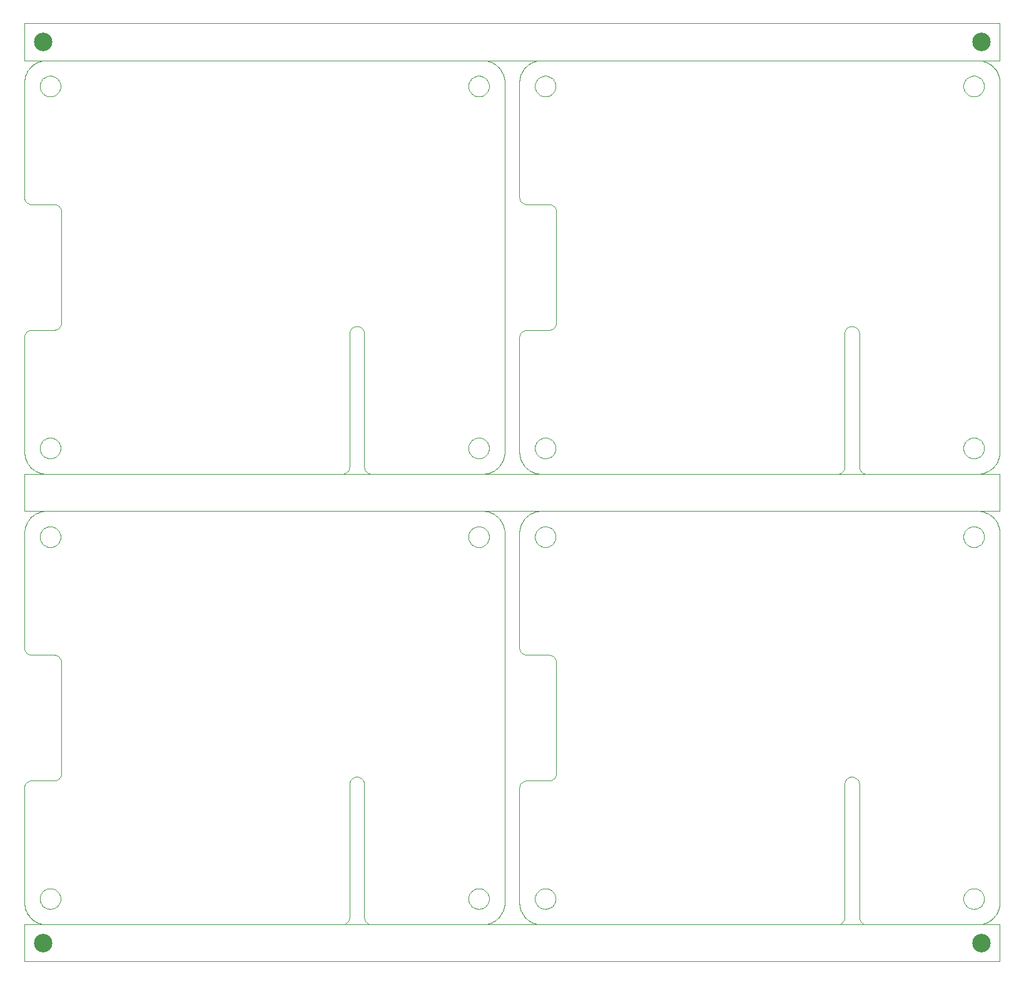
<source format=gko>
G04 CAM350 V9.5 (Build 208) Date:  Mon Jul 18 10:24:08 2016 *
G04 Database: (Untitled) *
G04 Layer 2: OhEye.gko *
%FSLAX24Y24*%
%MOIN*%
%SFA1.000B1.000*%

%MIA0B0*%
%IPPOS*%
%ADD71C,0.00000*%
%ADD294C,0.09843*%
%LNOhEye.gko*%
%LPD*%
G54D294*
X4480Y-834D03*
X54481D03*
X4480Y47197D03*
X54481D03*
G54D71*
X3496Y1331D02*
G01Y7433D01*
X3498Y7472*
X3504Y7510*
X3513Y7547*
X3526Y7584*
X3543Y7619*
X3562Y7652*
X3585Y7683*
X3611Y7712*
X3640Y7738*
X3671Y7761*
X3704Y7780*
X3739Y7797*
X3776Y7810*
X3813Y7819*
X3851Y7825*
X3890Y7827*
X5071*
X5110Y7829*
X5148Y7835*
X5185Y7844*
X5222Y7857*
X5257Y7874*
X5290Y7893*
X5321Y7916*
X5350Y7942*
X5376Y7971*
X5399Y8002*
X5418Y8035*
X5435Y8070*
X5448Y8107*
X5457Y8144*
X5463Y8182*
X5465Y8221*
Y14126*
X5463Y14165*
X5457Y14203*
X5448Y14240*
X5435Y14277*
X5418Y14312*
X5399Y14345*
X5376Y14376*
X5350Y14405*
X5321Y14431*
X5290Y14454*
X5257Y14473*
X5222Y14490*
X5185Y14503*
X5148Y14512*
X5110Y14518*
X5071Y14520*
X3890*
X3851Y14522*
X3813Y14528*
X3776Y14537*
X3739Y14550*
X3704Y14567*
X3671Y14586*
X3640Y14609*
X3611Y14635*
X3585Y14664*
X3562Y14695*
X3543Y14728*
X3526Y14763*
X3513Y14800*
X3504Y14837*
X3498Y14875*
X3496Y14914*
Y21016*
X3497D02*
G01X3499Y21082D01*
X3504Y21148*
X3514Y21214*
X3527Y21279*
X3543Y21343*
X3563Y21406*
X3587Y21468*
X3614Y21528*
X3644Y21587*
X3678Y21644*
X3715Y21699*
X3755Y21752*
X3797Y21803*
X3843Y21851*
X3891Y21897*
X3942Y21939*
X3995Y21979*
X4050Y22016*
X4107Y22050*
X4166Y22080*
X4226Y22107*
X4288Y22131*
X4351Y22151*
X4415Y22167*
X4480Y22180*
X4546Y22190*
X4612Y22195*
X4678Y22197*
X27906*
X27972Y22195*
X28038Y22190*
X28104Y22180*
X28169Y22167*
X28233Y22151*
X28296Y22131*
X28358Y22107*
X28418Y22080*
X28477Y22050*
X28534Y22016*
X28589Y21979*
X28642Y21939*
X28693Y21897*
X28741Y21851*
X28787Y21803*
X28829Y21752*
X28869Y21699*
X28906Y21644*
X28940Y21587*
X28970Y21528*
X28997Y21468*
X29021Y21406*
X29041Y21343*
X29057Y21279*
X29070Y21214*
X29080Y21148*
X29085Y21082*
X29087Y21016*
Y1331*
X29085Y1265*
X29080Y1199*
X29070Y1133*
X29057Y1068*
X29041Y1004*
X29021Y941*
X28997Y879*
X28970Y819*
X28940Y760*
X28906Y703*
X28869Y648*
X28829Y595*
X28787Y544*
X28741Y496*
X28693Y450*
X28642Y408*
X28589Y368*
X28534Y331*
X28477Y297*
X28418Y267*
X28358Y240*
X28296Y216*
X28233Y196*
X28169Y180*
X28104Y167*
X28038Y157*
X27972Y152*
X27906Y150*
X22000*
X21961Y152*
X21923Y158*
X21886Y167*
X21849Y180*
X21814Y197*
X21781Y216*
X21750Y239*
X21721Y265*
X21695Y294*
X21672Y325*
X21653Y358*
X21636Y393*
X21623Y430*
X21614Y467*
X21608Y505*
X21606Y544*
X21607D02*
G01Y7630D01*
X21213Y8024D02*
G01X21174Y8022D01*
X21136Y8016*
X21099Y8007*
X21062Y7994*
X21027Y7977*
X20994Y7958*
X20963Y7935*
X20934Y7909*
X20908Y7880*
X20885Y7849*
X20866Y7816*
X20849Y7781*
X20836Y7744*
X20827Y7707*
X20821Y7669*
X20819Y7630*
Y544*
X20820D02*
G01X20818Y505D01*
X20812Y467*
X20803Y430*
X20790Y393*
X20773Y358*
X20754Y325*
X20731Y294*
X20705Y265*
X20676Y239*
X20645Y216*
X20612Y197*
X20577Y180*
X20540Y167*
X20503Y158*
X20465Y152*
X20426Y150*
X4678*
X4612Y152*
X4546Y157*
X4480Y167*
X4415Y180*
X4351Y196*
X4288Y216*
X4226Y240*
X4166Y267*
X4107Y297*
X4050Y331*
X3995Y368*
X3942Y408*
X3891Y450*
X3843Y496*
X3797Y544*
X3755Y595*
X3715Y648*
X3678Y703*
X3644Y760*
X3614Y819*
X3587Y879*
X3563Y941*
X3543Y1004*
X3527Y1068*
X3514Y1133*
X3504Y1199*
X3499Y1265*
X3497Y1331*
X4323Y1528D02*
G01X4325Y1575D01*
X4331Y1621*
X4341Y1667*
X4354Y1712*
X4372Y1755*
X4393Y1797*
X4417Y1837*
X4445Y1874*
X4476Y1909*
X4510Y1942*
X4546Y1971*
X4585Y1997*
X4626Y2020*
X4669Y2039*
X4713Y2055*
X4758Y2067*
X4804Y2075*
X4851Y2079*
X4897*
X4944Y2075*
X4990Y2067*
X5035Y2055*
X5079Y2039*
X5122Y2020*
X5163Y1997*
X5202Y1971*
X5238Y1942*
X5272Y1909*
X5303Y1874*
X5331Y1837*
X5355Y1797*
X5376Y1755*
X5394Y1712*
X5407Y1667*
X5417Y1621*
X5423Y1575*
X5425Y1528*
X5423Y1481*
X5417Y1435*
X5407Y1389*
X5394Y1344*
X5376Y1301*
X5355Y1259*
X5331Y1219*
X5303Y1182*
X5272Y1147*
X5238Y1114*
X5202Y1085*
X5163Y1059*
X5122Y1036*
X5079Y1017*
X5035Y1001*
X4990Y989*
X4944Y981*
X4897Y977*
X4851*
X4804Y981*
X4758Y989*
X4713Y1001*
X4669Y1017*
X4626Y1036*
X4585Y1059*
X4546Y1085*
X4510Y1114*
X4476Y1147*
X4445Y1182*
X4417Y1219*
X4393Y1259*
X4372Y1301*
X4354Y1344*
X4341Y1389*
X4331Y1435*
X4325Y1481*
X4323Y1528*
X21213Y8024D02*
G01X21252Y8022D01*
X21290Y8016*
X21327Y8007*
X21364Y7994*
X21399Y7977*
X21432Y7958*
X21463Y7935*
X21492Y7909*
X21518Y7880*
X21541Y7849*
X21560Y7816*
X21577Y7781*
X21590Y7744*
X21599Y7707*
X21605Y7669*
X21607Y7630*
X27158Y1528D02*
G01X27160Y1575D01*
X27166Y1621*
X27176Y1667*
X27189Y1712*
X27207Y1755*
X27228Y1797*
X27252Y1837*
X27280Y1874*
X27311Y1909*
X27345Y1942*
X27381Y1971*
X27420Y1997*
X27461Y2020*
X27504Y2039*
X27548Y2055*
X27593Y2067*
X27639Y2075*
X27686Y2079*
X27732*
X27779Y2075*
X27825Y2067*
X27870Y2055*
X27914Y2039*
X27957Y2020*
X27998Y1997*
X28037Y1971*
X28073Y1942*
X28107Y1909*
X28138Y1874*
X28166Y1837*
X28190Y1797*
X28211Y1755*
X28229Y1712*
X28242Y1667*
X28252Y1621*
X28258Y1575*
X28260Y1528*
X28258Y1481*
X28252Y1435*
X28242Y1389*
X28229Y1344*
X28211Y1301*
X28190Y1259*
X28166Y1219*
X28138Y1182*
X28107Y1147*
X28073Y1114*
X28037Y1085*
X27998Y1059*
X27957Y1036*
X27914Y1017*
X27870Y1001*
X27825Y989*
X27779Y981*
X27732Y977*
X27686*
X27639Y981*
X27593Y989*
X27548Y1001*
X27504Y1017*
X27461Y1036*
X27420Y1059*
X27381Y1085*
X27345Y1114*
X27311Y1147*
X27280Y1182*
X27252Y1219*
X27228Y1259*
X27207Y1301*
X27189Y1344*
X27176Y1389*
X27166Y1435*
X27160Y1481*
X27158Y1528*
Y20819D02*
G01X27160Y20866D01*
X27166Y20912*
X27176Y20958*
X27189Y21003*
X27207Y21046*
X27228Y21088*
X27252Y21128*
X27280Y21165*
X27311Y21200*
X27345Y21233*
X27381Y21262*
X27420Y21288*
X27461Y21311*
X27504Y21330*
X27548Y21346*
X27593Y21358*
X27639Y21366*
X27686Y21370*
X27732*
X27779Y21366*
X27825Y21358*
X27870Y21346*
X27914Y21330*
X27957Y21311*
X27998Y21288*
X28037Y21262*
X28073Y21233*
X28107Y21200*
X28138Y21165*
X28166Y21128*
X28190Y21088*
X28211Y21046*
X28229Y21003*
X28242Y20958*
X28252Y20912*
X28258Y20866*
X28260Y20819*
X28258Y20772*
X28252Y20726*
X28242Y20680*
X28229Y20635*
X28211Y20592*
X28190Y20550*
X28166Y20510*
X28138Y20473*
X28107Y20438*
X28073Y20405*
X28037Y20376*
X27998Y20350*
X27957Y20327*
X27914Y20308*
X27870Y20292*
X27825Y20280*
X27779Y20272*
X27732Y20268*
X27686*
X27639Y20272*
X27593Y20280*
X27548Y20292*
X27504Y20308*
X27461Y20327*
X27420Y20350*
X27381Y20376*
X27345Y20405*
X27311Y20438*
X27280Y20473*
X27252Y20510*
X27228Y20550*
X27207Y20592*
X27189Y20635*
X27176Y20680*
X27166Y20726*
X27160Y20772*
X27158Y20819*
X4323D02*
G01X4325Y20866D01*
X4331Y20912*
X4341Y20958*
X4354Y21003*
X4372Y21046*
X4393Y21088*
X4417Y21128*
X4445Y21165*
X4476Y21200*
X4510Y21233*
X4546Y21262*
X4585Y21288*
X4626Y21311*
X4669Y21330*
X4713Y21346*
X4758Y21358*
X4804Y21366*
X4851Y21370*
X4897*
X4944Y21366*
X4990Y21358*
X5035Y21346*
X5079Y21330*
X5122Y21311*
X5163Y21288*
X5202Y21262*
X5238Y21233*
X5272Y21200*
X5303Y21165*
X5331Y21128*
X5355Y21088*
X5376Y21046*
X5394Y21003*
X5407Y20958*
X5417Y20912*
X5423Y20866*
X5425Y20819*
X5423Y20772*
X5417Y20726*
X5407Y20680*
X5394Y20635*
X5376Y20592*
X5355Y20550*
X5331Y20510*
X5303Y20473*
X5272Y20438*
X5238Y20405*
X5202Y20376*
X5163Y20350*
X5122Y20327*
X5079Y20308*
X5035Y20292*
X4990Y20280*
X4944Y20272*
X4897Y20268*
X4851*
X4804Y20272*
X4758Y20280*
X4713Y20292*
X4669Y20308*
X4626Y20327*
X4585Y20350*
X4546Y20376*
X4510Y20405*
X4476Y20438*
X4445Y20473*
X4417Y20510*
X4393Y20550*
X4372Y20592*
X4354Y20635*
X4341Y20680*
X4331Y20726*
X4325Y20772*
X4323Y20819*
X29874Y1331D02*
G01Y7433D01*
X29876Y7472*
X29882Y7510*
X29891Y7547*
X29904Y7584*
X29921Y7619*
X29940Y7652*
X29963Y7683*
X29989Y7712*
X30018Y7738*
X30049Y7761*
X30082Y7780*
X30117Y7797*
X30154Y7810*
X30191Y7819*
X30229Y7825*
X30268Y7827*
X31449*
X31488Y7829*
X31526Y7835*
X31563Y7844*
X31600Y7857*
X31635Y7874*
X31668Y7893*
X31699Y7916*
X31728Y7942*
X31754Y7971*
X31777Y8002*
X31796Y8035*
X31813Y8070*
X31826Y8107*
X31835Y8144*
X31841Y8182*
X31843Y8221*
Y14126*
X31841Y14165*
X31835Y14203*
X31826Y14240*
X31813Y14277*
X31796Y14312*
X31777Y14345*
X31754Y14376*
X31728Y14405*
X31699Y14431*
X31668Y14454*
X31635Y14473*
X31600Y14490*
X31563Y14503*
X31526Y14512*
X31488Y14518*
X31449Y14520*
X30268*
X30229Y14522*
X30191Y14528*
X30154Y14537*
X30117Y14550*
X30082Y14567*
X30049Y14586*
X30018Y14609*
X29989Y14635*
X29963Y14664*
X29940Y14695*
X29921Y14728*
X29904Y14763*
X29891Y14800*
X29882Y14837*
X29876Y14875*
X29874Y14914*
Y21016*
X29875D02*
G01X29877Y21082D01*
X29882Y21148*
X29892Y21214*
X29905Y21279*
X29921Y21343*
X29941Y21406*
X29965Y21468*
X29992Y21528*
X30022Y21587*
X30056Y21644*
X30093Y21699*
X30133Y21752*
X30175Y21803*
X30221Y21851*
X30269Y21897*
X30320Y21939*
X30373Y21979*
X30428Y22016*
X30485Y22050*
X30544Y22080*
X30604Y22107*
X30666Y22131*
X30729Y22151*
X30793Y22167*
X30858Y22180*
X30924Y22190*
X30990Y22195*
X31056Y22197*
X54284*
X54350Y22195*
X54416Y22190*
X54482Y22180*
X54547Y22167*
X54611Y22151*
X54674Y22131*
X54736Y22107*
X54796Y22080*
X54855Y22050*
X54912Y22016*
X54967Y21979*
X55020Y21939*
X55071Y21897*
X55119Y21851*
X55165Y21803*
X55207Y21752*
X55247Y21699*
X55284Y21644*
X55318Y21587*
X55348Y21528*
X55375Y21468*
X55399Y21406*
X55419Y21343*
X55435Y21279*
X55448Y21214*
X55458Y21148*
X55463Y21082*
X55465Y21016*
Y1331*
X55463Y1265*
X55458Y1199*
X55448Y1133*
X55435Y1068*
X55419Y1004*
X55399Y941*
X55375Y879*
X55348Y819*
X55318Y760*
X55284Y703*
X55247Y648*
X55207Y595*
X55165Y544*
X55119Y496*
X55071Y450*
X55020Y408*
X54967Y368*
X54912Y331*
X54855Y297*
X54796Y267*
X54736Y240*
X54674Y216*
X54611Y196*
X54547Y180*
X54482Y167*
X54416Y157*
X54350Y152*
X54284Y150*
X48378*
X48339Y152*
X48301Y158*
X48264Y167*
X48227Y180*
X48192Y197*
X48159Y216*
X48128Y239*
X48099Y265*
X48073Y294*
X48050Y325*
X48031Y358*
X48014Y393*
X48001Y430*
X47992Y467*
X47986Y505*
X47984Y544*
X47985D02*
G01Y7630D01*
X47591Y8024D02*
G01X47552Y8022D01*
X47514Y8016*
X47477Y8007*
X47440Y7994*
X47405Y7977*
X47372Y7958*
X47341Y7935*
X47312Y7909*
X47286Y7880*
X47263Y7849*
X47244Y7816*
X47227Y7781*
X47214Y7744*
X47205Y7707*
X47199Y7669*
X47197Y7630*
Y544*
X47198D02*
G01X47196Y505D01*
X47190Y467*
X47181Y430*
X47168Y393*
X47151Y358*
X47132Y325*
X47109Y294*
X47083Y265*
X47054Y239*
X47023Y216*
X46990Y197*
X46955Y180*
X46918Y167*
X46881Y158*
X46843Y152*
X46804Y150*
X31056*
X30990Y152*
X30924Y157*
X30858Y167*
X30793Y180*
X30729Y196*
X30666Y216*
X30604Y240*
X30544Y267*
X30485Y297*
X30428Y331*
X30373Y368*
X30320Y408*
X30269Y450*
X30221Y496*
X30175Y544*
X30133Y595*
X30093Y648*
X30056Y703*
X30022Y760*
X29992Y819*
X29965Y879*
X29941Y941*
X29921Y1004*
X29905Y1068*
X29892Y1133*
X29882Y1199*
X29877Y1265*
X29875Y1331*
X30701Y1528D02*
G01X30703Y1575D01*
X30709Y1621*
X30719Y1667*
X30732Y1712*
X30750Y1755*
X30771Y1797*
X30795Y1837*
X30823Y1874*
X30854Y1909*
X30888Y1942*
X30924Y1971*
X30963Y1997*
X31004Y2020*
X31047Y2039*
X31091Y2055*
X31136Y2067*
X31182Y2075*
X31229Y2079*
X31275*
X31322Y2075*
X31368Y2067*
X31413Y2055*
X31457Y2039*
X31500Y2020*
X31541Y1997*
X31580Y1971*
X31616Y1942*
X31650Y1909*
X31681Y1874*
X31709Y1837*
X31733Y1797*
X31754Y1755*
X31772Y1712*
X31785Y1667*
X31795Y1621*
X31801Y1575*
X31803Y1528*
X31801Y1481*
X31795Y1435*
X31785Y1389*
X31772Y1344*
X31754Y1301*
X31733Y1259*
X31709Y1219*
X31681Y1182*
X31650Y1147*
X31616Y1114*
X31580Y1085*
X31541Y1059*
X31500Y1036*
X31457Y1017*
X31413Y1001*
X31368Y989*
X31322Y981*
X31275Y977*
X31229*
X31182Y981*
X31136Y989*
X31091Y1001*
X31047Y1017*
X31004Y1036*
X30963Y1059*
X30924Y1085*
X30888Y1114*
X30854Y1147*
X30823Y1182*
X30795Y1219*
X30771Y1259*
X30750Y1301*
X30732Y1344*
X30719Y1389*
X30709Y1435*
X30703Y1481*
X30701Y1528*
X47591Y8024D02*
G01X47630Y8022D01*
X47668Y8016*
X47705Y8007*
X47742Y7994*
X47777Y7977*
X47810Y7958*
X47841Y7935*
X47870Y7909*
X47896Y7880*
X47919Y7849*
X47938Y7816*
X47955Y7781*
X47968Y7744*
X47977Y7707*
X47983Y7669*
X47985Y7630*
X53536Y1528D02*
G01X53538Y1575D01*
X53544Y1621*
X53554Y1667*
X53567Y1712*
X53585Y1755*
X53606Y1797*
X53630Y1837*
X53658Y1874*
X53689Y1909*
X53723Y1942*
X53759Y1971*
X53798Y1997*
X53839Y2020*
X53882Y2039*
X53926Y2055*
X53971Y2067*
X54017Y2075*
X54064Y2079*
X54110*
X54157Y2075*
X54203Y2067*
X54248Y2055*
X54292Y2039*
X54335Y2020*
X54376Y1997*
X54415Y1971*
X54451Y1942*
X54485Y1909*
X54516Y1874*
X54544Y1837*
X54568Y1797*
X54589Y1755*
X54607Y1712*
X54620Y1667*
X54630Y1621*
X54636Y1575*
X54638Y1528*
X54636Y1481*
X54630Y1435*
X54620Y1389*
X54607Y1344*
X54589Y1301*
X54568Y1259*
X54544Y1219*
X54516Y1182*
X54485Y1147*
X54451Y1114*
X54415Y1085*
X54376Y1059*
X54335Y1036*
X54292Y1017*
X54248Y1001*
X54203Y989*
X54157Y981*
X54110Y977*
X54064*
X54017Y981*
X53971Y989*
X53926Y1001*
X53882Y1017*
X53839Y1036*
X53798Y1059*
X53759Y1085*
X53723Y1114*
X53689Y1147*
X53658Y1182*
X53630Y1219*
X53606Y1259*
X53585Y1301*
X53567Y1344*
X53554Y1389*
X53544Y1435*
X53538Y1481*
X53536Y1528*
Y20819D02*
G01X53538Y20866D01*
X53544Y20912*
X53554Y20958*
X53567Y21003*
X53585Y21046*
X53606Y21088*
X53630Y21128*
X53658Y21165*
X53689Y21200*
X53723Y21233*
X53759Y21262*
X53798Y21288*
X53839Y21311*
X53882Y21330*
X53926Y21346*
X53971Y21358*
X54017Y21366*
X54064Y21370*
X54110*
X54157Y21366*
X54203Y21358*
X54248Y21346*
X54292Y21330*
X54335Y21311*
X54376Y21288*
X54415Y21262*
X54451Y21233*
X54485Y21200*
X54516Y21165*
X54544Y21128*
X54568Y21088*
X54589Y21046*
X54607Y21003*
X54620Y20958*
X54630Y20912*
X54636Y20866*
X54638Y20819*
X54636Y20772*
X54630Y20726*
X54620Y20680*
X54607Y20635*
X54589Y20592*
X54568Y20550*
X54544Y20510*
X54516Y20473*
X54485Y20438*
X54451Y20405*
X54415Y20376*
X54376Y20350*
X54335Y20327*
X54292Y20308*
X54248Y20292*
X54203Y20280*
X54157Y20272*
X54110Y20268*
X54064*
X54017Y20272*
X53971Y20280*
X53926Y20292*
X53882Y20308*
X53839Y20327*
X53798Y20350*
X53759Y20376*
X53723Y20405*
X53689Y20438*
X53658Y20473*
X53630Y20510*
X53606Y20550*
X53585Y20592*
X53567Y20635*
X53554Y20680*
X53544Y20726*
X53538Y20772*
X53536Y20819*
X30701D02*
G01X30703Y20866D01*
X30709Y20912*
X30719Y20958*
X30732Y21003*
X30750Y21046*
X30771Y21088*
X30795Y21128*
X30823Y21165*
X30854Y21200*
X30888Y21233*
X30924Y21262*
X30963Y21288*
X31004Y21311*
X31047Y21330*
X31091Y21346*
X31136Y21358*
X31182Y21366*
X31229Y21370*
X31275*
X31322Y21366*
X31368Y21358*
X31413Y21346*
X31457Y21330*
X31500Y21311*
X31541Y21288*
X31580Y21262*
X31616Y21233*
X31650Y21200*
X31681Y21165*
X31709Y21128*
X31733Y21088*
X31754Y21046*
X31772Y21003*
X31785Y20958*
X31795Y20912*
X31801Y20866*
X31803Y20819*
X31801Y20772*
X31795Y20726*
X31785Y20680*
X31772Y20635*
X31754Y20592*
X31733Y20550*
X31709Y20510*
X31681Y20473*
X31650Y20438*
X31616Y20405*
X31580Y20376*
X31541Y20350*
X31500Y20327*
X31457Y20308*
X31413Y20292*
X31368Y20280*
X31322Y20272*
X31275Y20268*
X31229*
X31182Y20272*
X31136Y20280*
X31091Y20292*
X31047Y20308*
X31004Y20327*
X30963Y20350*
X30924Y20376*
X30888Y20405*
X30854Y20438*
X30823Y20473*
X30795Y20510*
X30771Y20550*
X30750Y20592*
X30732Y20635*
X30719Y20680*
X30709Y20726*
X30703Y20772*
X30701Y20819*
X3496Y25347D02*
G01Y31449D01*
X3498Y31488*
X3504Y31526*
X3513Y31563*
X3526Y31600*
X3543Y31635*
X3562Y31668*
X3585Y31699*
X3611Y31728*
X3640Y31754*
X3671Y31777*
X3704Y31796*
X3739Y31813*
X3776Y31826*
X3813Y31835*
X3851Y31841*
X3890Y31843*
X5071*
X5110Y31845*
X5148Y31851*
X5185Y31860*
X5222Y31873*
X5257Y31890*
X5290Y31909*
X5321Y31932*
X5350Y31958*
X5376Y31987*
X5399Y32018*
X5418Y32051*
X5435Y32086*
X5448Y32123*
X5457Y32160*
X5463Y32198*
X5465Y32237*
Y38142*
X5463Y38181*
X5457Y38219*
X5448Y38256*
X5435Y38293*
X5418Y38328*
X5399Y38361*
X5376Y38392*
X5350Y38421*
X5321Y38447*
X5290Y38470*
X5257Y38489*
X5222Y38506*
X5185Y38519*
X5148Y38528*
X5110Y38534*
X5071Y38536*
X3890*
X3851Y38538*
X3813Y38544*
X3776Y38553*
X3739Y38566*
X3704Y38583*
X3671Y38602*
X3640Y38625*
X3611Y38651*
X3585Y38680*
X3562Y38711*
X3543Y38744*
X3526Y38779*
X3513Y38816*
X3504Y38853*
X3498Y38891*
X3496Y38930*
Y45032*
X3497D02*
G01X3499Y45098D01*
X3504Y45164*
X3514Y45230*
X3527Y45295*
X3543Y45359*
X3563Y45422*
X3587Y45484*
X3614Y45544*
X3644Y45603*
X3678Y45660*
X3715Y45715*
X3755Y45768*
X3797Y45819*
X3843Y45867*
X3891Y45913*
X3942Y45955*
X3995Y45995*
X4050Y46032*
X4107Y46066*
X4166Y46096*
X4226Y46123*
X4288Y46147*
X4351Y46167*
X4415Y46183*
X4480Y46196*
X4546Y46206*
X4612Y46211*
X4678Y46213*
X27906*
X27972Y46211*
X28038Y46206*
X28104Y46196*
X28169Y46183*
X28233Y46167*
X28296Y46147*
X28358Y46123*
X28418Y46096*
X28477Y46066*
X28534Y46032*
X28589Y45995*
X28642Y45955*
X28693Y45913*
X28741Y45867*
X28787Y45819*
X28829Y45768*
X28869Y45715*
X28906Y45660*
X28940Y45603*
X28970Y45544*
X28997Y45484*
X29021Y45422*
X29041Y45359*
X29057Y45295*
X29070Y45230*
X29080Y45164*
X29085Y45098*
X29087Y45032*
Y25347*
X29085Y25281*
X29080Y25215*
X29070Y25149*
X29057Y25084*
X29041Y25020*
X29021Y24957*
X28997Y24895*
X28970Y24835*
X28940Y24776*
X28906Y24719*
X28869Y24664*
X28829Y24611*
X28787Y24560*
X28741Y24512*
X28693Y24466*
X28642Y24424*
X28589Y24384*
X28534Y24347*
X28477Y24313*
X28418Y24283*
X28358Y24256*
X28296Y24232*
X28233Y24212*
X28169Y24196*
X28104Y24183*
X28038Y24173*
X27972Y24168*
X27906Y24166*
X22000*
X21961Y24168*
X21923Y24174*
X21886Y24183*
X21849Y24196*
X21814Y24213*
X21781Y24232*
X21750Y24255*
X21721Y24281*
X21695Y24310*
X21672Y24341*
X21653Y24374*
X21636Y24409*
X21623Y24446*
X21614Y24483*
X21608Y24521*
X21606Y24560*
X21607D02*
G01Y31646D01*
X21213Y32040D02*
G01X21174Y32038D01*
X21136Y32032*
X21099Y32023*
X21062Y32010*
X21027Y31993*
X20994Y31974*
X20963Y31951*
X20934Y31925*
X20908Y31896*
X20885Y31865*
X20866Y31832*
X20849Y31797*
X20836Y31760*
X20827Y31723*
X20821Y31685*
X20819Y31646*
Y24560*
X20820D02*
G01X20818Y24521D01*
X20812Y24483*
X20803Y24446*
X20790Y24409*
X20773Y24374*
X20754Y24341*
X20731Y24310*
X20705Y24281*
X20676Y24255*
X20645Y24232*
X20612Y24213*
X20577Y24196*
X20540Y24183*
X20503Y24174*
X20465Y24168*
X20426Y24166*
X4678*
X4612Y24168*
X4546Y24173*
X4480Y24183*
X4415Y24196*
X4351Y24212*
X4288Y24232*
X4226Y24256*
X4166Y24283*
X4107Y24313*
X4050Y24347*
X3995Y24384*
X3942Y24424*
X3891Y24466*
X3843Y24512*
X3797Y24560*
X3755Y24611*
X3715Y24664*
X3678Y24719*
X3644Y24776*
X3614Y24835*
X3587Y24895*
X3563Y24957*
X3543Y25020*
X3527Y25084*
X3514Y25149*
X3504Y25215*
X3499Y25281*
X3497Y25347*
X4323Y25544D02*
G01X4325Y25591D01*
X4331Y25637*
X4341Y25683*
X4354Y25728*
X4372Y25771*
X4393Y25813*
X4417Y25853*
X4445Y25890*
X4476Y25925*
X4510Y25958*
X4546Y25987*
X4585Y26013*
X4626Y26036*
X4669Y26055*
X4713Y26071*
X4758Y26083*
X4804Y26091*
X4851Y26095*
X4897*
X4944Y26091*
X4990Y26083*
X5035Y26071*
X5079Y26055*
X5122Y26036*
X5163Y26013*
X5202Y25987*
X5238Y25958*
X5272Y25925*
X5303Y25890*
X5331Y25853*
X5355Y25813*
X5376Y25771*
X5394Y25728*
X5407Y25683*
X5417Y25637*
X5423Y25591*
X5425Y25544*
X5423Y25497*
X5417Y25451*
X5407Y25405*
X5394Y25360*
X5376Y25317*
X5355Y25275*
X5331Y25235*
X5303Y25198*
X5272Y25163*
X5238Y25130*
X5202Y25101*
X5163Y25075*
X5122Y25052*
X5079Y25033*
X5035Y25017*
X4990Y25005*
X4944Y24997*
X4897Y24993*
X4851*
X4804Y24997*
X4758Y25005*
X4713Y25017*
X4669Y25033*
X4626Y25052*
X4585Y25075*
X4546Y25101*
X4510Y25130*
X4476Y25163*
X4445Y25198*
X4417Y25235*
X4393Y25275*
X4372Y25317*
X4354Y25360*
X4341Y25405*
X4331Y25451*
X4325Y25497*
X4323Y25544*
X21213Y32040D02*
G01X21252Y32038D01*
X21290Y32032*
X21327Y32023*
X21364Y32010*
X21399Y31993*
X21432Y31974*
X21463Y31951*
X21492Y31925*
X21518Y31896*
X21541Y31865*
X21560Y31832*
X21577Y31797*
X21590Y31760*
X21599Y31723*
X21605Y31685*
X21607Y31646*
X27158Y25544D02*
G01X27160Y25591D01*
X27166Y25637*
X27176Y25683*
X27189Y25728*
X27207Y25771*
X27228Y25813*
X27252Y25853*
X27280Y25890*
X27311Y25925*
X27345Y25958*
X27381Y25987*
X27420Y26013*
X27461Y26036*
X27504Y26055*
X27548Y26071*
X27593Y26083*
X27639Y26091*
X27686Y26095*
X27732*
X27779Y26091*
X27825Y26083*
X27870Y26071*
X27914Y26055*
X27957Y26036*
X27998Y26013*
X28037Y25987*
X28073Y25958*
X28107Y25925*
X28138Y25890*
X28166Y25853*
X28190Y25813*
X28211Y25771*
X28229Y25728*
X28242Y25683*
X28252Y25637*
X28258Y25591*
X28260Y25544*
X28258Y25497*
X28252Y25451*
X28242Y25405*
X28229Y25360*
X28211Y25317*
X28190Y25275*
X28166Y25235*
X28138Y25198*
X28107Y25163*
X28073Y25130*
X28037Y25101*
X27998Y25075*
X27957Y25052*
X27914Y25033*
X27870Y25017*
X27825Y25005*
X27779Y24997*
X27732Y24993*
X27686*
X27639Y24997*
X27593Y25005*
X27548Y25017*
X27504Y25033*
X27461Y25052*
X27420Y25075*
X27381Y25101*
X27345Y25130*
X27311Y25163*
X27280Y25198*
X27252Y25235*
X27228Y25275*
X27207Y25317*
X27189Y25360*
X27176Y25405*
X27166Y25451*
X27160Y25497*
X27158Y25544*
Y44835D02*
G01X27160Y44882D01*
X27166Y44928*
X27176Y44974*
X27189Y45019*
X27207Y45062*
X27228Y45104*
X27252Y45144*
X27280Y45181*
X27311Y45216*
X27345Y45249*
X27381Y45278*
X27420Y45304*
X27461Y45327*
X27504Y45346*
X27548Y45362*
X27593Y45374*
X27639Y45382*
X27686Y45386*
X27732*
X27779Y45382*
X27825Y45374*
X27870Y45362*
X27914Y45346*
X27957Y45327*
X27998Y45304*
X28037Y45278*
X28073Y45249*
X28107Y45216*
X28138Y45181*
X28166Y45144*
X28190Y45104*
X28211Y45062*
X28229Y45019*
X28242Y44974*
X28252Y44928*
X28258Y44882*
X28260Y44835*
X28258Y44788*
X28252Y44742*
X28242Y44696*
X28229Y44651*
X28211Y44608*
X28190Y44566*
X28166Y44526*
X28138Y44489*
X28107Y44454*
X28073Y44421*
X28037Y44392*
X27998Y44366*
X27957Y44343*
X27914Y44324*
X27870Y44308*
X27825Y44296*
X27779Y44288*
X27732Y44284*
X27686*
X27639Y44288*
X27593Y44296*
X27548Y44308*
X27504Y44324*
X27461Y44343*
X27420Y44366*
X27381Y44392*
X27345Y44421*
X27311Y44454*
X27280Y44489*
X27252Y44526*
X27228Y44566*
X27207Y44608*
X27189Y44651*
X27176Y44696*
X27166Y44742*
X27160Y44788*
X27158Y44835*
X4323D02*
G01X4325Y44882D01*
X4331Y44928*
X4341Y44974*
X4354Y45019*
X4372Y45062*
X4393Y45104*
X4417Y45144*
X4445Y45181*
X4476Y45216*
X4510Y45249*
X4546Y45278*
X4585Y45304*
X4626Y45327*
X4669Y45346*
X4713Y45362*
X4758Y45374*
X4804Y45382*
X4851Y45386*
X4897*
X4944Y45382*
X4990Y45374*
X5035Y45362*
X5079Y45346*
X5122Y45327*
X5163Y45304*
X5202Y45278*
X5238Y45249*
X5272Y45216*
X5303Y45181*
X5331Y45144*
X5355Y45104*
X5376Y45062*
X5394Y45019*
X5407Y44974*
X5417Y44928*
X5423Y44882*
X5425Y44835*
X5423Y44788*
X5417Y44742*
X5407Y44696*
X5394Y44651*
X5376Y44608*
X5355Y44566*
X5331Y44526*
X5303Y44489*
X5272Y44454*
X5238Y44421*
X5202Y44392*
X5163Y44366*
X5122Y44343*
X5079Y44324*
X5035Y44308*
X4990Y44296*
X4944Y44288*
X4897Y44284*
X4851*
X4804Y44288*
X4758Y44296*
X4713Y44308*
X4669Y44324*
X4626Y44343*
X4585Y44366*
X4546Y44392*
X4510Y44421*
X4476Y44454*
X4445Y44489*
X4417Y44526*
X4393Y44566*
X4372Y44608*
X4354Y44651*
X4341Y44696*
X4331Y44742*
X4325Y44788*
X4323Y44835*
X29874Y25347D02*
G01Y31449D01*
X29876Y31488*
X29882Y31526*
X29891Y31563*
X29904Y31600*
X29921Y31635*
X29940Y31668*
X29963Y31699*
X29989Y31728*
X30018Y31754*
X30049Y31777*
X30082Y31796*
X30117Y31813*
X30154Y31826*
X30191Y31835*
X30229Y31841*
X30268Y31843*
X31449*
X31488Y31845*
X31526Y31851*
X31563Y31860*
X31600Y31873*
X31635Y31890*
X31668Y31909*
X31699Y31932*
X31728Y31958*
X31754Y31987*
X31777Y32018*
X31796Y32051*
X31813Y32086*
X31826Y32123*
X31835Y32160*
X31841Y32198*
X31843Y32237*
Y38142*
X31841Y38181*
X31835Y38219*
X31826Y38256*
X31813Y38293*
X31796Y38328*
X31777Y38361*
X31754Y38392*
X31728Y38421*
X31699Y38447*
X31668Y38470*
X31635Y38489*
X31600Y38506*
X31563Y38519*
X31526Y38528*
X31488Y38534*
X31449Y38536*
X30268*
X30229Y38538*
X30191Y38544*
X30154Y38553*
X30117Y38566*
X30082Y38583*
X30049Y38602*
X30018Y38625*
X29989Y38651*
X29963Y38680*
X29940Y38711*
X29921Y38744*
X29904Y38779*
X29891Y38816*
X29882Y38853*
X29876Y38891*
X29874Y38930*
Y45032*
X29875D02*
G01X29877Y45098D01*
X29882Y45164*
X29892Y45230*
X29905Y45295*
X29921Y45359*
X29941Y45422*
X29965Y45484*
X29992Y45544*
X30022Y45603*
X30056Y45660*
X30093Y45715*
X30133Y45768*
X30175Y45819*
X30221Y45867*
X30269Y45913*
X30320Y45955*
X30373Y45995*
X30428Y46032*
X30485Y46066*
X30544Y46096*
X30604Y46123*
X30666Y46147*
X30729Y46167*
X30793Y46183*
X30858Y46196*
X30924Y46206*
X30990Y46211*
X31056Y46213*
X54284*
X54350Y46211*
X54416Y46206*
X54482Y46196*
X54547Y46183*
X54611Y46167*
X54674Y46147*
X54736Y46123*
X54796Y46096*
X54855Y46066*
X54912Y46032*
X54967Y45995*
X55020Y45955*
X55071Y45913*
X55119Y45867*
X55165Y45819*
X55207Y45768*
X55247Y45715*
X55284Y45660*
X55318Y45603*
X55348Y45544*
X55375Y45484*
X55399Y45422*
X55419Y45359*
X55435Y45295*
X55448Y45230*
X55458Y45164*
X55463Y45098*
X55465Y45032*
Y25347*
X55463Y25281*
X55458Y25215*
X55448Y25149*
X55435Y25084*
X55419Y25020*
X55399Y24957*
X55375Y24895*
X55348Y24835*
X55318Y24776*
X55284Y24719*
X55247Y24664*
X55207Y24611*
X55165Y24560*
X55119Y24512*
X55071Y24466*
X55020Y24424*
X54967Y24384*
X54912Y24347*
X54855Y24313*
X54796Y24283*
X54736Y24256*
X54674Y24232*
X54611Y24212*
X54547Y24196*
X54482Y24183*
X54416Y24173*
X54350Y24168*
X54284Y24166*
X48378*
X48339Y24168*
X48301Y24174*
X48264Y24183*
X48227Y24196*
X48192Y24213*
X48159Y24232*
X48128Y24255*
X48099Y24281*
X48073Y24310*
X48050Y24341*
X48031Y24374*
X48014Y24409*
X48001Y24446*
X47992Y24483*
X47986Y24521*
X47984Y24560*
X47985D02*
G01Y31646D01*
X47591Y32040D02*
G01X47552Y32038D01*
X47514Y32032*
X47477Y32023*
X47440Y32010*
X47405Y31993*
X47372Y31974*
X47341Y31951*
X47312Y31925*
X47286Y31896*
X47263Y31865*
X47244Y31832*
X47227Y31797*
X47214Y31760*
X47205Y31723*
X47199Y31685*
X47197Y31646*
Y24560*
X47198D02*
G01X47196Y24521D01*
X47190Y24483*
X47181Y24446*
X47168Y24409*
X47151Y24374*
X47132Y24341*
X47109Y24310*
X47083Y24281*
X47054Y24255*
X47023Y24232*
X46990Y24213*
X46955Y24196*
X46918Y24183*
X46881Y24174*
X46843Y24168*
X46804Y24166*
X31056*
X30990Y24168*
X30924Y24173*
X30858Y24183*
X30793Y24196*
X30729Y24212*
X30666Y24232*
X30604Y24256*
X30544Y24283*
X30485Y24313*
X30428Y24347*
X30373Y24384*
X30320Y24424*
X30269Y24466*
X30221Y24512*
X30175Y24560*
X30133Y24611*
X30093Y24664*
X30056Y24719*
X30022Y24776*
X29992Y24835*
X29965Y24895*
X29941Y24957*
X29921Y25020*
X29905Y25084*
X29892Y25149*
X29882Y25215*
X29877Y25281*
X29875Y25347*
X30701Y25544D02*
G01X30703Y25591D01*
X30709Y25637*
X30719Y25683*
X30732Y25728*
X30750Y25771*
X30771Y25813*
X30795Y25853*
X30823Y25890*
X30854Y25925*
X30888Y25958*
X30924Y25987*
X30963Y26013*
X31004Y26036*
X31047Y26055*
X31091Y26071*
X31136Y26083*
X31182Y26091*
X31229Y26095*
X31275*
X31322Y26091*
X31368Y26083*
X31413Y26071*
X31457Y26055*
X31500Y26036*
X31541Y26013*
X31580Y25987*
X31616Y25958*
X31650Y25925*
X31681Y25890*
X31709Y25853*
X31733Y25813*
X31754Y25771*
X31772Y25728*
X31785Y25683*
X31795Y25637*
X31801Y25591*
X31803Y25544*
X31801Y25497*
X31795Y25451*
X31785Y25405*
X31772Y25360*
X31754Y25317*
X31733Y25275*
X31709Y25235*
X31681Y25198*
X31650Y25163*
X31616Y25130*
X31580Y25101*
X31541Y25075*
X31500Y25052*
X31457Y25033*
X31413Y25017*
X31368Y25005*
X31322Y24997*
X31275Y24993*
X31229*
X31182Y24997*
X31136Y25005*
X31091Y25017*
X31047Y25033*
X31004Y25052*
X30963Y25075*
X30924Y25101*
X30888Y25130*
X30854Y25163*
X30823Y25198*
X30795Y25235*
X30771Y25275*
X30750Y25317*
X30732Y25360*
X30719Y25405*
X30709Y25451*
X30703Y25497*
X30701Y25544*
X47591Y32040D02*
G01X47630Y32038D01*
X47668Y32032*
X47705Y32023*
X47742Y32010*
X47777Y31993*
X47810Y31974*
X47841Y31951*
X47870Y31925*
X47896Y31896*
X47919Y31865*
X47938Y31832*
X47955Y31797*
X47968Y31760*
X47977Y31723*
X47983Y31685*
X47985Y31646*
X53536Y25544D02*
G01X53538Y25591D01*
X53544Y25637*
X53554Y25683*
X53567Y25728*
X53585Y25771*
X53606Y25813*
X53630Y25853*
X53658Y25890*
X53689Y25925*
X53723Y25958*
X53759Y25987*
X53798Y26013*
X53839Y26036*
X53882Y26055*
X53926Y26071*
X53971Y26083*
X54017Y26091*
X54064Y26095*
X54110*
X54157Y26091*
X54203Y26083*
X54248Y26071*
X54292Y26055*
X54335Y26036*
X54376Y26013*
X54415Y25987*
X54451Y25958*
X54485Y25925*
X54516Y25890*
X54544Y25853*
X54568Y25813*
X54589Y25771*
X54607Y25728*
X54620Y25683*
X54630Y25637*
X54636Y25591*
X54638Y25544*
X54636Y25497*
X54630Y25451*
X54620Y25405*
X54607Y25360*
X54589Y25317*
X54568Y25275*
X54544Y25235*
X54516Y25198*
X54485Y25163*
X54451Y25130*
X54415Y25101*
X54376Y25075*
X54335Y25052*
X54292Y25033*
X54248Y25017*
X54203Y25005*
X54157Y24997*
X54110Y24993*
X54064*
X54017Y24997*
X53971Y25005*
X53926Y25017*
X53882Y25033*
X53839Y25052*
X53798Y25075*
X53759Y25101*
X53723Y25130*
X53689Y25163*
X53658Y25198*
X53630Y25235*
X53606Y25275*
X53585Y25317*
X53567Y25360*
X53554Y25405*
X53544Y25451*
X53538Y25497*
X53536Y25544*
Y44835D02*
G01X53538Y44882D01*
X53544Y44928*
X53554Y44974*
X53567Y45019*
X53585Y45062*
X53606Y45104*
X53630Y45144*
X53658Y45181*
X53689Y45216*
X53723Y45249*
X53759Y45278*
X53798Y45304*
X53839Y45327*
X53882Y45346*
X53926Y45362*
X53971Y45374*
X54017Y45382*
X54064Y45386*
X54110*
X54157Y45382*
X54203Y45374*
X54248Y45362*
X54292Y45346*
X54335Y45327*
X54376Y45304*
X54415Y45278*
X54451Y45249*
X54485Y45216*
X54516Y45181*
X54544Y45144*
X54568Y45104*
X54589Y45062*
X54607Y45019*
X54620Y44974*
X54630Y44928*
X54636Y44882*
X54638Y44835*
X54636Y44788*
X54630Y44742*
X54620Y44696*
X54607Y44651*
X54589Y44608*
X54568Y44566*
X54544Y44526*
X54516Y44489*
X54485Y44454*
X54451Y44421*
X54415Y44392*
X54376Y44366*
X54335Y44343*
X54292Y44324*
X54248Y44308*
X54203Y44296*
X54157Y44288*
X54110Y44284*
X54064*
X54017Y44288*
X53971Y44296*
X53926Y44308*
X53882Y44324*
X53839Y44343*
X53798Y44366*
X53759Y44392*
X53723Y44421*
X53689Y44454*
X53658Y44489*
X53630Y44526*
X53606Y44566*
X53585Y44608*
X53567Y44651*
X53554Y44696*
X53544Y44742*
X53538Y44788*
X53536Y44835*
X30701D02*
G01X30703Y44882D01*
X30709Y44928*
X30719Y44974*
X30732Y45019*
X30750Y45062*
X30771Y45104*
X30795Y45144*
X30823Y45181*
X30854Y45216*
X30888Y45249*
X30924Y45278*
X30963Y45304*
X31004Y45327*
X31047Y45346*
X31091Y45362*
X31136Y45374*
X31182Y45382*
X31229Y45386*
X31275*
X31322Y45382*
X31368Y45374*
X31413Y45362*
X31457Y45346*
X31500Y45327*
X31541Y45304*
X31580Y45278*
X31616Y45249*
X31650Y45216*
X31681Y45181*
X31709Y45144*
X31733Y45104*
X31754Y45062*
X31772Y45019*
X31785Y44974*
X31795Y44928*
X31801Y44882*
X31803Y44835*
X31801Y44788*
X31795Y44742*
X31785Y44696*
X31772Y44651*
X31754Y44608*
X31733Y44566*
X31709Y44526*
X31681Y44489*
X31650Y44454*
X31616Y44421*
X31580Y44392*
X31541Y44366*
X31500Y44343*
X31457Y44324*
X31413Y44308*
X31368Y44296*
X31322Y44288*
X31275Y44284*
X31229*
X31182Y44288*
X31136Y44296*
X31091Y44308*
X31047Y44324*
X31004Y44343*
X30963Y44366*
X30924Y44392*
X30888Y44421*
X30854Y44454*
X30823Y44489*
X30795Y44526*
X30771Y44566*
X30750Y44608*
X30732Y44651*
X30719Y44696*
X30709Y44742*
X30703Y44788*
X30701Y44835*
X12358Y46213D02*
G01X55465D01*
X3496*
Y48181*
X55465*
Y46213*
X12358Y22197D02*
G01X55465D01*
X3496*
Y24166*
X55465*
Y22197*
X12358Y-1819D02*
G01X55465D01*
X3496*
Y150*
X55465*
Y-1819*
M02*

</source>
